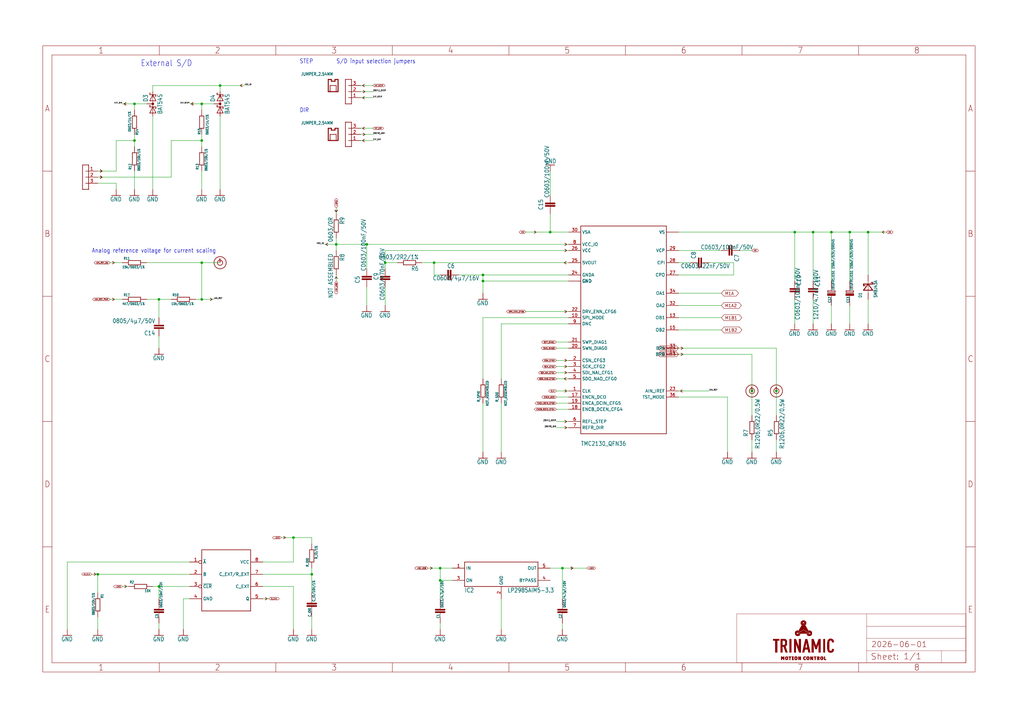
<source format=kicad_sch>
(kicad_sch (version 20230121) (generator eeschema)
  (paper "User" 425.45 298.602)
  (lib_symbols
    (symbol "working-eagle-import:1PIN_1ROW"
      (symbol "1PIN_1ROW_1_0"
        (pin bidirectional line (at 0 0 0) (length 0) (name "P$1") (number "1"))
      )
    )
    (symbol "working-eagle-import:3PIN_1ROWTHT"
      (symbol "3PIN_1ROWTHT_1_0"
        (pin bidirectional line (at 5.08 2.54 180) (length 5.08) (name "1") (number "1"))
        (pin bidirectional line (at 5.08 0 180) (length 5.08) (name "2") (number "2"))
        (pin bidirectional line (at 5.08 -2.54 180) (length 5.08) (name "3") (number "3"))
      )
    )
    (symbol "working-eagle-import:BAT54S"
      (property "Reference" "D" (at 0.762 2.0066 0))
      (symbol "BAT54S_1_0"
        (pin passive line (at -5.08 0 0) (length 2.54) (name "A1") (number "1"))
        (pin passive line (at 5.08 0 180) (length 2.54) (name "C2") (number "2"))
        (pin passive line (at 0 2.54 270) (length 2.54) (name "C1A2") (number "3"))
      )
    )
    (symbol "working-eagle-import:C-EUC0603"
      (property "Reference" "C" (at 1.524 0.381 0))
      (symbol "C-EUC0603_1_0"
        (pin passive line (at 0 2.54 270) (length 2.54) (name "1") (number "1"))
        (pin passive line (at 0 -5.08 90) (length 2.54) (name "2") (number "2"))
      )
    )
    (symbol "working-eagle-import:C-EUC0805"
      (property "Reference" "C" (at 1.524 0.381 0))
      (symbol "C-EUC0805_1_0"
        (pin passive line (at 0 2.54 270) (length 2.54) (name "1") (number "1"))
        (pin passive line (at 0 -5.08 90) (length 2.54) (name "2") (number "2"))
      )
    )
    (symbol "working-eagle-import:C-EUC1210"
      (property "Reference" "C" (at 1.524 0.381 0))
      (symbol "C-EUC1210_1_0"
        (pin passive line (at 0 2.54 270) (length 2.54) (name "1") (number "1"))
        (pin passive line (at 0 -5.08 90) (length 2.54) (name "2") (number "2"))
      )
    )
    (symbol "working-eagle-import:C_POL"
      (property "Reference" "C_POL" (at 1.397 -1.2954 0))
      (symbol "C_POL_1_0"
        (text "+" (at -1.6764 -0.3302 0) (effects (font (size 1.27 1.0795)) (justify right top)))
        (pin passive line (at -5.08 0 0) (length 2.54) (name "+") (number "+"))
        (pin passive line (at 5.08 0 180) (length 2.54) (name "-") (number "-"))
      )
    )
    (symbol "working-eagle-import:DIRECTION")
    (symbol "working-eagle-import:FRAME_TMC_A3L_LOGO"
      (symbol "FRAME_TMC_A3L_LOGO_1_0"
        (text "${#}/${##}" (at 357.505 5.08 0) (effects (font (size 2.54 2.54)) (justify left bottom)))
        (text "${CURRENT_DATE}" (at 344.17 10.16 0) (effects (font (size 2.286 2.286)) (justify left bottom)))
        (text "${PROJECTNAME}" (at 344.17 15.24 0) (effects (font (size 2.54 2.54)) (justify left bottom)))
        (text "1" (at 24.2094 1.905 0) (effects (font (size 2.54 2.286))))
        (text "1" (at 24.2094 258.445 0) (effects (font (size 2.54 2.286))))
        (text "2" (at 72.6281 1.905 0) (effects (font (size 2.54 2.286))))
        (text "2" (at 72.6281 258.445 0) (effects (font (size 2.54 2.286))))
        (text "3" (at 121.0469 1.905 0) (effects (font (size 2.54 2.286))))
        (text "3" (at 121.0469 258.445 0) (effects (font (size 2.54 2.286))))
        (text "4" (at 169.4656 1.905 0) (effects (font (size 2.54 2.286))))
        (text "4" (at 169.4656 258.445 0) (effects (font (size 2.54 2.286))))
        (text "5" (at 217.8844 1.905 0) (effects (font (size 2.54 2.286))))
        (text "5" (at 217.8844 258.445 0) (effects (font (size 2.54 2.286))))
        (text "6" (at 266.3031 1.905 0) (effects (font (size 2.54 2.286))))
        (text "6" (at 266.3031 258.445 0) (effects (font (size 2.54 2.286))))
        (text "7" (at 314.7219 1.905 0) (effects (font (size 2.54 2.286))))
        (text "7" (at 314.7219 258.445 0) (effects (font (size 2.54 2.286))))
        (text "8" (at 363.1406 1.905 0) (effects (font (size 2.54 2.286))))
        (text "8" (at 363.1406 258.445 0) (effects (font (size 2.54 2.286))))
        (text "A" (at 1.905 234.315 0) (effects (font (size 2.54 2.286))))
        (text "A" (at 385.445 234.315 0) (effects (font (size 2.54 2.286))))
        (text "B" (at 1.905 182.245 0) (effects (font (size 2.54 2.286))))
        (text "B" (at 385.445 182.245 0) (effects (font (size 2.54 2.286))))
        (text "C" (at 1.905 130.175 0) (effects (font (size 2.54 2.286))))
        (text "C" (at 385.445 130.175 0) (effects (font (size 2.54 2.286))))
        (text "D" (at 1.905 78.105 0) (effects (font (size 2.54 2.286))))
        (text "D" (at 385.445 78.105 0) (effects (font (size 2.54 2.286))))
        (text "E" (at 1.905 26.035 0) (effects (font (size 2.54 2.286))))
        (text "E" (at 385.445 26.035 0) (effects (font (size 2.54 2.286))))
        (text "Sheet:" (at 343.916 4.953 0) (effects (font (size 2.54 2.54)) (justify left bottom)))
      )
    )
    (symbol "working-eagle-import:GND" (power)
      (property "Value" "GND" (at -2.54 -2.54 0))
      (symbol "GND_1_0"
        (pin power_in line (at 0 2.54 270) (length 2.54) (name "GND") (number "1"))
      )
    )
    (symbol "working-eagle-import:JUMPER_2.54MM")
    (symbol "working-eagle-import:LP2985AIM5-3.3"
      (property "Reference" "IC" (at -15.24 -5.08 0))
      (symbol "LP2985AIM5-3.3_1_0"
        (pin bidirectional line (at -20.32 5.08 0) (length 5.08) (name "IN") (number "1"))
        (pin bidirectional line (at 0 -7.62 90) (length 5.08) (name "GND") (number "2"))
        (pin bidirectional line (at -20.32 0 0) (length 5.08) (name "ON") (number "3"))
        (pin bidirectional line (at 20.32 0 180) (length 5.08) (name "BYPASS") (number "4"))
        (pin bidirectional line (at 20.32 5.08 180) (length 5.08) (name "OUT") (number "5"))
      )
    )
    (symbol "working-eagle-import:R-EU_R0603"
      (property "Reference" "R" (at -3.81 1.4986 0))
      (symbol "R-EU_R0603_1_0"
        (pin passive line (at -5.08 0 0) (length 2.54) (name "1") (number "1"))
        (pin passive line (at 5.08 0 180) (length 2.54) (name "2") (number "2"))
      )
    )
    (symbol "working-eagle-import:R-EU_R1206"
      (property "Reference" "R" (at -3.81 1.4986 0))
      (symbol "R-EU_R1206_1_0"
        (pin passive line (at -5.08 0 0) (length 2.54) (name "1") (number "1"))
        (pin passive line (at 5.08 0 180) (length 2.54) (name "2") (number "2"))
      )
    )
    (symbol "working-eagle-import:R/0603"
      (property "Reference" "R" (at -4.572 1.2446 0))
      (symbol "R/0603_1_0"
        (pin passive line (at -5.08 0 0) (length 2.54) (name "1") (number "1"))
        (pin passive line (at 5.08 0 180) (length 2.54) (name "2") (number "2"))
      )
    )
    (symbol "working-eagle-import:RCL_C/0603"
      (property "Reference" "C" (at -1.27 1.397 0))
      (symbol "RCL_C/0603_1_0"
        (pin passive line (at 5.08 0 180) (length 2.54) (name "1") (number "1"))
        (pin passive line (at -5.08 0 0) (length 2.54) (name "2") (number "2"))
      )
    )
    (symbol "working-eagle-import:RCL_R/0603"
      (property "Reference" "R" (at -4.572 1.2446 0))
      (symbol "RCL_R/0603_1_0"
        (pin passive line (at -5.08 0 0) (length 2.54) (name "1") (number "1"))
        (pin passive line (at 5.08 0 180) (length 2.54) (name "2") (number "2"))
      )
    )
    (symbol "working-eagle-import:SMBJ"
      (property "Reference" "D" (at -4.445 2.54 0))
      (symbol "SMBJ_1_0"
        (pin bidirectional line (at -5.08 0 0) (length 2.54) (name "A") (number "A"))
        (pin bidirectional line (at 5.08 0 180) (length 2.54) (name "C") (number "C"))
      )
    )
    (symbol "working-eagle-import:SN74LVC1G123DCTR"
      (symbol "SN74LVC1G123DCTR_1_0"
        (pin bidirectional inverted (at -15.24 7.62 0) (length 5.08) (name "~{A}") (number "1"))
        (pin bidirectional line (at -15.24 2.54 0) (length 5.08) (name "B") (number "2"))
        (pin bidirectional inverted (at -15.24 -2.54 0) (length 5.08) (name "~{CLR}") (number "3"))
        (pin bidirectional line (at -15.24 -7.62 0) (length 5.08) (name "GND") (number "4"))
        (pin bidirectional line (at 15.24 -7.62 180) (length 5.08) (name "Q") (number "5"))
        (pin bidirectional line (at 15.24 -2.54 180) (length 5.08) (name "C_EXT") (number "6"))
        (pin bidirectional line (at 15.24 2.54 180) (length 5.08) (name "C_EXT/R_EXT") (number "7"))
        (pin bidirectional line (at 15.24 7.62 180) (length 5.08) (name "VCC") (number "8"))
      )
    )
    (symbol "working-eagle-import:TMC2130_QFN36"
      (symbol "TMC2130_QFN36_1_0"
        (pin bidirectional line (at -22.86 -25.4 0) (length 5.08) (name "CLK") (number "1"))
        (pin bidirectional line (at -22.86 5.08 0) (length 5.08) (name "SPI_MODE") (number "10"))
        (pin bidirectional line (at -22.86 20.32 0) (length 5.08) (name "GND") (number "11"))
        (pin bidirectional line (at -22.86 20.32 0) (length 5.08) (name "GND") (number "12"))
        (pin bidirectional line (at 22.86 5.08 180) (length 5.08) (name "OB1") (number "13"))
        (pin bidirectional line (at 22.86 -10.16 180) (length 5.08) (name "BRB") (number "14"))
        (pin bidirectional line (at 22.86 0 180) (length 5.08) (name "OB2") (number "15"))
        (pin bidirectional line (at 22.86 40.64 180) (length 5.08) (name "VS") (number "16"))
        (pin bidirectional line (at -22.86 -27.94 0) (length 5.08) (name "ENCN_DCO") (number "17"))
        (pin bidirectional line (at -22.86 -33.02 0) (length 5.08) (name "ENCB_DCEN_CFG4") (number "18"))
        (pin bidirectional line (at -22.86 -30.48 0) (length 5.08) (name "ENCA_DCIN_CFG5") (number "19"))
        (pin bidirectional line (at -22.86 -12.7 0) (length 5.08) (name "CSN_CFG3") (number "2"))
        (pin bidirectional line (at -22.86 -7.62 0) (length 5.08) (name "SWN_DIAG0") (number "20"))
        (pin bidirectional line (at -22.86 -5.08 0) (length 5.08) (name "SWP_DIAG1") (number "21"))
        (pin bidirectional line (at -22.86 7.62 0) (length 5.08) (name "DRV_ENN_CFG6") (number "22"))
        (pin bidirectional line (at 22.86 -25.4 180) (length 5.08) (name "AIN_IREF") (number "23"))
        (pin bidirectional line (at -22.86 22.86 0) (length 5.08) (name "GNDA") (number "24"))
        (pin bidirectional line (at -22.86 27.94 0) (length 5.08) (name "5VOUT") (number "25"))
        (pin bidirectional line (at -22.86 33.02 0) (length 5.08) (name "VCC") (number "26"))
        (pin bidirectional line (at 22.86 22.86 180) (length 5.08) (name "CPO") (number "27"))
        (pin bidirectional line (at 22.86 27.94 180) (length 5.08) (name "CPI") (number "28"))
        (pin bidirectional line (at 22.86 33.02 180) (length 5.08) (name "VCP") (number "29"))
        (pin bidirectional line (at -22.86 -15.24 0) (length 5.08) (name "SCK_CFG2") (number "3"))
        (pin bidirectional line (at -22.86 40.64 0) (length 5.08) (name "VSA") (number "30"))
        (pin bidirectional line (at 22.86 40.64 180) (length 5.08) (name "VS") (number "31"))
        (pin bidirectional line (at 22.86 10.16 180) (length 5.08) (name "OA2") (number "32"))
        (pin bidirectional line (at 22.86 -7.62 180) (length 5.08) (name "BRA") (number "33"))
        (pin bidirectional line (at 22.86 15.24 180) (length 5.08) (name "OA1") (number "34"))
        (pin bidirectional line (at -22.86 20.32 0) (length 5.08) (name "GND") (number "35"))
        (pin bidirectional line (at 22.86 -27.94 180) (length 5.08) (name "TST_MODE") (number "36"))
        (pin bidirectional line (at -22.86 -17.78 0) (length 5.08) (name "SDI_NAI_CFG1") (number "4"))
        (pin bidirectional line (at -22.86 -20.32 0) (length 5.08) (name "SDO_NAO_CFG0") (number "5"))
        (pin bidirectional line (at -22.86 -38.1 0) (length 5.08) (name "REFL_STEP") (number "6"))
        (pin bidirectional line (at -22.86 -40.64 0) (length 5.08) (name "REFR_DIR") (number "7"))
        (pin bidirectional line (at -22.86 35.56 0) (length 5.08) (name "VCC_IO") (number "8"))
        (pin bidirectional line (at -22.86 2.54 0) (length 5.08) (name "DNC") (number "9"))
        (pin bidirectional line (at -22.86 20.32 0) (length 5.08) (name "GND") (number "GND_PAD"))
      )
    )
  )
  (junction (at 330.2 96.52))
  (junction (at 152.4 101.6))
  (junction (at 83.82 124.46))
  (junction (at 228.6 96.52))
  (junction (at 200.66 116.84))
  (junction (at 40.64 238.76))
  (junction (at 121.92 223.52))
  (junction (at 182.88 236.22))
  (junction (at 337.82 96.52))
  (junction (at 83.82 58.42))
  (junction (at 66.04 124.46))
  (junction (at 353.06 96.52))
  (junction (at 160.02 109.22))
  (junction (at 83.82 43.18))
  (junction (at 360.68 96.52))
  (junction (at 55.88 58.42))
  (junction (at 180.34 109.22))
  (junction (at 345.44 96.52))
  (junction (at 55.88 43.18))
  (junction (at 312.42 162.56))
  (junction (at 66.04 243.84))
  (junction (at 322.58 162.56))
  (junction (at 91.44 35.56))
  (junction (at 182.88 241.3))
  (junction (at 139.7 101.6))
  (junction (at 129.54 238.76))
  (junction (at 83.82 109.22))
  (junction (at 200.66 114.3))
  (junction (at 233.68 236.22))
  (wire (pts (xy 208.28 187.96) (xy 208.28 167.64)) (stroke (width 0.1524)))
  (wire (pts (xy 66.04 132.08) (xy 66.04 124.46)) (stroke (width 0.1524)))
  (wire (pts (xy 236.22 104.14) (xy 160.02 104.14)) (stroke (width 0.1524)))
  (wire (pts (xy 48.26 76.2) (xy 40.64 76.2)) (stroke (width 0.1524)))
  (wire (pts (xy 40.64 261.62) (xy 40.64 256.54)) (stroke (width 0.1524)))
  (wire (pts (xy 281.94 127) (xy 299.72 127)) (stroke (width 0.1524)))
  (wire (pts (xy 129.54 238.76) (xy 109.22 238.76)) (stroke (width 0.1524)))
  (wire (pts (xy 60.96 43.18) (xy 55.88 43.18)) (stroke (width 0.1524)))
  (wire (pts (xy 228.6 236.22) (xy 233.68 236.22)) (stroke (width 0.1524)))
  (wire (pts (xy 121.92 223.52) (xy 129.54 223.52)) (stroke (width 0.1524)))
  (wire (pts (xy 139.7 104.14) (xy 139.7 101.6)) (stroke (width 0.1524)))
  (wire (pts (xy 281.94 104.14) (xy 299.72 104.14)) (stroke (width 0.1524)))
  (wire (pts (xy 200.66 116.84) (xy 200.66 114.3)) (stroke (width 0.1524)))
  (wire (pts (xy 78.74 233.68) (xy 27.94 233.68)) (stroke (width 0.1524)))
  (wire (pts (xy 233.68 236.22) (xy 233.68 248.92)) (stroke (width 0.1524)))
  (wire (pts (xy 337.82 134.62) (xy 337.82 124.46)) (stroke (width 0.1524)))
  (wire (pts (xy 180.34 109.22) (xy 180.34 114.3)) (stroke (width 0.1524)))
  (wire (pts (xy 236.22 162.56) (xy 231.14 162.56)) (stroke (width 0.1524)))
  (wire (pts (xy 48.26 58.42) (xy 55.88 58.42)) (stroke (width 0.1524)))
  (wire (pts (xy 228.6 81.28) (xy 228.6 71.12)) (stroke (width 0.1524)))
  (wire (pts (xy 152.4 119.38) (xy 152.4 127)) (stroke (width 0.1524)))
  (wire (pts (xy 40.64 73.66) (xy 71.12 73.66)) (stroke (width 0.1524)))
  (wire (pts (xy 208.28 157.48) (xy 208.28 134.62)) (stroke (width 0.1524)))
  (wire (pts (xy 322.58 144.78) (xy 322.58 162.56)) (stroke (width 0.1524)))
  (wire (pts (xy 208.28 248.92) (xy 208.28 261.62)) (stroke (width 0.1524)))
  (wire (pts (xy 312.42 172.72) (xy 312.42 162.56)) (stroke (width 0.1524)))
  (wire (pts (xy 55.88 43.18) (xy 50.8 43.18)) (stroke (width 0.1524)))
  (wire (pts (xy 40.64 71.12) (xy 48.26 71.12)) (stroke (width 0.1524)))
  (wire (pts (xy 182.88 236.22) (xy 177.8 236.22)) (stroke (width 0.1524)))
  (wire (pts (xy 330.2 116.84) (xy 330.2 96.52)) (stroke (width 0.1524)))
  (wire (pts (xy 281.94 132.08) (xy 299.72 132.08)) (stroke (width 0.1524)))
  (wire (pts (xy 200.66 116.84) (xy 200.66 121.92)) (stroke (width 0.1524)))
  (wire (pts (xy 353.06 134.62) (xy 353.06 127)) (stroke (width 0.1524)))
  (wire (pts (xy 281.94 144.78) (xy 322.58 144.78)) (stroke (width 0.1524)))
  (wire (pts (xy 27.94 233.68) (xy 27.94 261.62)) (stroke (width 0.1524)))
  (wire (pts (xy 63.5 78.74) (xy 63.5 48.26)) (stroke (width 0.1524)))
  (wire (pts (xy 149.86 55.88) (xy 154.94 55.88)) (stroke (width 0.1524)))
  (wire (pts (xy 63.5 35.56) (xy 91.44 35.56)) (stroke (width 0.1524)))
  (wire (pts (xy 182.88 236.22) (xy 187.96 236.22)) (stroke (width 0.1524)))
  (wire (pts (xy 60.96 109.22) (xy 83.82 109.22)) (stroke (width 0.1524)))
  (wire (pts (xy 233.68 236.22) (xy 243.84 236.22)) (stroke (width 0.1524)))
  (wire (pts (xy 200.66 187.96) (xy 200.66 167.64)) (stroke (width 0.1524)))
  (wire (pts (xy 91.44 38.1) (xy 91.44 35.56)) (stroke (width 0.1524)))
  (wire (pts (xy 281.94 96.52) (xy 330.2 96.52)) (stroke (width 0.1524)))
  (wire (pts (xy 83.82 60.96) (xy 83.82 58.42)) (stroke (width 0.1524)))
  (wire (pts (xy 233.68 259.08) (xy 233.68 261.62)) (stroke (width 0.1524)))
  (wire (pts (xy 83.82 124.46) (xy 81.28 124.46)) (stroke (width 0.1524)))
  (wire (pts (xy 360.68 96.52) (xy 360.68 114.3)) (stroke (width 0.1524)))
  (wire (pts (xy 236.22 149.86) (xy 231.14 149.86)) (stroke (width 0.1524)))
  (wire (pts (xy 78.74 248.92) (xy 76.2 248.92)) (stroke (width 0.1524)))
  (wire (pts (xy 302.26 165.1) (xy 302.26 187.96)) (stroke (width 0.1524)))
  (wire (pts (xy 55.88 71.12) (xy 55.88 78.74)) (stroke (width 0.1524)))
  (wire (pts (xy 88.9 124.46) (xy 83.82 124.46)) (stroke (width 0.1524)))
  (wire (pts (xy 60.96 124.46) (xy 66.04 124.46)) (stroke (width 0.1524)))
  (wire (pts (xy 91.44 35.56) (xy 101.6 35.56)) (stroke (width 0.1524)))
  (wire (pts (xy 152.4 101.6) (xy 139.7 101.6)) (stroke (width 0.1524)))
  (wire (pts (xy 129.54 236.22) (xy 129.54 238.76)) (stroke (width 0.1524)))
  (wire (pts (xy 236.22 165.1) (xy 231.14 165.1)) (stroke (width 0.1524)))
  (wire (pts (xy 83.82 43.18) (xy 78.74 43.18)) (stroke (width 0.1524)))
  (wire (pts (xy 322.58 162.56) (xy 322.58 172.72)) (stroke (width 0.1524)))
  (wire (pts (xy 48.26 71.12) (xy 48.26 58.42)) (stroke (width 0.1524)))
  (wire (pts (xy 139.7 101.6) (xy 139.7 99.06)) (stroke (width 0.1524)))
  (wire (pts (xy 337.82 96.52) (xy 345.44 96.52)) (stroke (width 0.1524)))
  (wire (pts (xy 50.8 109.22) (xy 45.72 109.22)) (stroke (width 0.1524)))
  (wire (pts (xy 236.22 152.4) (xy 231.14 152.4)) (stroke (width 0.1524)))
  (wire (pts (xy 83.82 45.72) (xy 83.82 43.18)) (stroke (width 0.1524)))
  (wire (pts (xy 139.7 114.3) (xy 139.7 116.84)) (stroke (width 0.1524)))
  (wire (pts (xy 236.22 129.54) (xy 218.44 129.54)) (stroke (width 0.1524)))
  (wire (pts (xy 236.22 132.08) (xy 200.66 132.08)) (stroke (width 0.1524)))
  (wire (pts (xy 91.44 48.26) (xy 91.44 78.74)) (stroke (width 0.1524)))
  (wire (pts (xy 40.64 238.76) (xy 38.1 238.76)) (stroke (width 0.1524)))
  (wire (pts (xy 228.6 96.52) (xy 218.44 96.52)) (stroke (width 0.1524)))
  (wire (pts (xy 294.64 109.22) (xy 304.8 109.22)) (stroke (width 0.1524)))
  (wire (pts (xy 139.7 101.6) (xy 134.62 101.6)) (stroke (width 0.1524)))
  (wire (pts (xy 208.28 134.62) (xy 236.22 134.62)) (stroke (width 0.1524)))
  (wire (pts (xy 307.34 104.14) (xy 312.42 104.14)) (stroke (width 0.1524)))
  (wire (pts (xy 236.22 144.78) (xy 231.14 144.78)) (stroke (width 0.1524)))
  (wire (pts (xy 83.82 58.42) (xy 83.82 55.88)) (stroke (width 0.1524)))
  (wire (pts (xy 281.94 162.56) (xy 294.64 162.56)) (stroke (width 0.1524)))
  (wire (pts (xy 129.54 246.38) (xy 129.54 238.76)) (stroke (width 0.1524)))
  (wire (pts (xy 154.94 35.56) (xy 149.86 35.56)) (stroke (width 0.1524)))
  (wire (pts (xy 88.9 43.18) (xy 83.82 43.18)) (stroke (width 0.1524)))
  (wire (pts (xy 236.22 170.18) (xy 231.14 170.18)) (stroke (width 0.1524)))
  (wire (pts (xy 121.92 243.84) (xy 121.92 261.62)) (stroke (width 0.1524)))
  (wire (pts (xy 322.58 182.88) (xy 322.58 187.96)) (stroke (width 0.1524)))
  (wire (pts (xy 304.8 114.3) (xy 281.94 114.3)) (stroke (width 0.1524)))
  (wire (pts (xy 160.02 109.22) (xy 160.02 111.76)) (stroke (width 0.1524)))
  (wire (pts (xy 129.54 223.52) (xy 129.54 226.06)) (stroke (width 0.1524)))
  (wire (pts (xy 360.68 96.52) (xy 368.3 96.52)) (stroke (width 0.1524)))
  (wire (pts (xy 345.44 96.52) (xy 353.06 96.52)) (stroke (width 0.1524)))
  (wire (pts (xy 281.94 147.32) (xy 312.42 147.32)) (stroke (width 0.1524)))
  (wire (pts (xy 236.22 142.24) (xy 231.14 142.24)) (stroke (width 0.1524)))
  (wire (pts (xy 55.88 60.96) (xy 55.88 58.42)) (stroke (width 0.1524)))
  (wire (pts (xy 281.94 121.92) (xy 299.72 121.92)) (stroke (width 0.1524)))
  (wire (pts (xy 129.54 261.62) (xy 129.54 256.54)) (stroke (width 0.1524)))
  (wire (pts (xy 71.12 73.66) (xy 71.12 58.42)) (stroke (width 0.1524)))
  (wire (pts (xy 187.96 241.3) (xy 182.88 241.3)) (stroke (width 0.1524)))
  (wire (pts (xy 121.92 223.52) (xy 116.84 223.52)) (stroke (width 0.1524)))
  (wire (pts (xy 154.94 40.64) (xy 149.86 40.64)) (stroke (width 0.1524)))
  (wire (pts (xy 345.44 116.84) (xy 345.44 96.52)) (stroke (width 0.1524)))
  (wire (pts (xy 50.8 243.84) (xy 53.34 243.84)) (stroke (width 0.1524)))
  (wire (pts (xy 149.86 38.1) (xy 154.94 38.1)) (stroke (width 0.1524)))
  (wire (pts (xy 236.22 109.22) (xy 180.34 109.22)) (stroke (width 0.1524)))
  (wire (pts (xy 200.66 132.08) (xy 200.66 157.48)) (stroke (width 0.1524)))
  (wire (pts (xy 66.04 243.84) (xy 63.5 243.84)) (stroke (width 0.1524)))
  (wire (pts (xy 353.06 116.84) (xy 353.06 96.52)) (stroke (width 0.1524)))
  (wire (pts (xy 109.22 248.92) (xy 111.76 248.92)) (stroke (width 0.1524)))
  (wire (pts (xy 228.6 88.9) (xy 228.6 96.52)) (stroke (width 0.1524)))
  (wire (pts (xy 353.06 96.52) (xy 360.68 96.52)) (stroke (width 0.1524)))
  (wire (pts (xy 139.7 88.9) (xy 139.7 86.36)) (stroke (width 0.1524)))
  (wire (pts (xy 180.34 114.3) (xy 182.88 114.3)) (stroke (width 0.1524)))
  (wire (pts (xy 281.94 165.1) (xy 302.26 165.1)) (stroke (width 0.1524)))
  (wire (pts (xy 236.22 114.3) (xy 200.66 114.3)) (stroke (width 0.1524)))
  (wire (pts (xy 236.22 154.94) (xy 231.14 154.94)) (stroke (width 0.1524)))
  (wire (pts (xy 236.22 96.52) (xy 228.6 96.52)) (stroke (width 0.1524)))
  (wire (pts (xy 281.94 137.16) (xy 299.72 137.16)) (stroke (width 0.1524)))
  (wire (pts (xy 66.04 139.7) (xy 66.04 144.78)) (stroke (width 0.1524)))
  (wire (pts (xy 154.94 53.34) (xy 149.86 53.34)) (stroke (width 0.1524)))
  (wire (pts (xy 236.22 157.48) (xy 231.14 157.48)) (stroke (width 0.1524)))
  (wire (pts (xy 152.4 111.76) (xy 152.4 101.6)) (stroke (width 0.1524)))
  (wire (pts (xy 330.2 124.46) (xy 330.2 134.62)) (stroke (width 0.1524)))
  (wire (pts (xy 330.2 96.52) (xy 337.82 96.52)) (stroke (width 0.1524)))
  (wire (pts (xy 236.22 167.64) (xy 231.14 167.64)) (stroke (width 0.1524)))
  (wire (pts (xy 48.26 78.74) (xy 48.26 76.2)) (stroke (width 0.1524)))
  (wire (pts (xy 121.92 243.84) (xy 109.22 243.84)) (stroke (width 0.1524)))
  (wire (pts (xy 281.94 109.22) (xy 287.02 109.22)) (stroke (width 0.1524)))
  (wire (pts (xy 182.88 241.3) (xy 182.88 248.92)) (stroke (width 0.1524)))
  (wire (pts (xy 312.42 162.56) (xy 312.42 147.32)) (stroke (width 0.1524)))
  (wire (pts (xy 360.68 124.46) (xy 360.68 134.62)) (stroke (width 0.1524)))
  (wire (pts (xy 63.5 38.1) (xy 63.5 35.56)) (stroke (width 0.1524)))
  (wire (pts (xy 55.88 45.72) (xy 55.88 43.18)) (stroke (width 0.1524)))
  (wire (pts (xy 78.74 243.84) (xy 66.04 243.84)) (stroke (width 0.1524)))
  (wire (pts (xy 345.44 134.62) (xy 345.44 127)) (stroke (width 0.1524)))
  (wire (pts (xy 175.26 109.22) (xy 180.34 109.22)) (stroke (width 0.1524)))
  (wire (pts (xy 236.22 101.6) (xy 152.4 101.6)) (stroke (width 0.1524)))
  (wire (pts (xy 236.22 175.26) (xy 231.14 175.26)) (stroke (width 0.1524)))
  (wire (pts (xy 160.02 127) (xy 160.02 119.38)) (stroke (width 0.1524)))
  (wire (pts (xy 50.8 124.46) (xy 45.72 124.46)) (stroke (width 0.1524)))
  (wire (pts (xy 83.82 78.74) (xy 83.82 71.12)) (stroke (width 0.1524)))
  (wire (pts (xy 121.92 233.68) (xy 121.92 223.52)) (stroke (width 0.1524)))
  (wire (pts (xy 304.8 109.22) (xy 304.8 114.3)) (stroke (width 0.1524)))
  (wire (pts (xy 182.88 261.62) (xy 182.88 259.08)) (stroke (width 0.1524)))
  (wire (pts (xy 40.64 238.76) (xy 40.64 246.38)) (stroke (width 0.1524)))
  (wire (pts (xy 76.2 248.92) (xy 76.2 261.62)) (stroke (width 0.1524)))
  (wire (pts (xy 78.74 238.76) (xy 40.64 238.76)) (stroke (width 0.1524)))
  (wire (pts (xy 236.22 177.8) (xy 231.14 177.8)) (stroke (width 0.1524)))
  (wire (pts (xy 312.42 182.88) (xy 312.42 187.96)) (stroke (width 0.1524)))
  (wire (pts (xy 200.66 114.3) (xy 190.5 114.3)) (stroke (width 0.1524)))
  (wire (pts (xy 109.22 233.68) (xy 121.92 233.68)) (stroke (width 0.1524)))
  (wire (pts (xy 165.1 109.22) (xy 160.02 109.22)) (stroke (width 0.1524)))
  (wire (pts (xy 71.12 58.42) (xy 83.82 58.42)) (stroke (width 0.1524)))
  (wire (pts (xy 55.88 58.42) (xy 55.88 55.88)) (stroke (width 0.1524)))
  (wire (pts (xy 66.04 248.92) (xy 66.04 243.84)) (stroke (width 0.1524)))
  (wire (pts (xy 66.04 124.46) (xy 71.12 124.46)) (stroke (width 0.1524)))
  (wire (pts (xy 66.04 259.08) (xy 66.04 261.62)) (stroke (width 0.1524)))
  (wire (pts (xy 83.82 109.22) (xy 91.44 109.22)) (stroke (width 0.1524)))
  (wire (pts (xy 154.94 58.42) (xy 149.86 58.42)) (stroke (width 0.1524)))
  (wire (pts (xy 160.02 104.14) (xy 160.02 109.22)) (stroke (width 0.1524)))
  (wire (pts (xy 236.22 116.84) (xy 200.66 116.84)) (stroke (width 0.1524)))
  (wire (pts (xy 182.88 241.3) (xy 182.88 236.22)) (stroke (width 0.1524)))
  (wire (pts (xy 337.82 116.84) (xy 337.82 96.52)) (stroke (width 0.1524)))
  (wire (pts (xy 83.82 109.22) (xy 83.82 124.46)) (stroke (width 0.1524)))
  (text "Analog reference voltage for current scaling" (at 38.1 105.41 0) (effects (font (size 1.778 1.5113)) (justify left bottom)))
  (text "S/D input selection jumpers" (at 139.7 26.67 0) (effects (font (size 1.778 1.5113)) (justify left bottom)))
  (text "DIR" (at 124.46 46.99 0) (effects (font (size 1.778 1.5113)) (justify left bottom)))
  (text "External S/D" (at 58.42 27.94 0) (effects (font (size 2.54 2.159)) (justify left bottom)))
  (text "STEP" (at 124.46 26.67 0) (effects (font (size 1.778 1.5113)) (justify left bottom)))
  (label "[REFR]_DIR" (at 154.94 55.88 0) (effects (font (size 0.569 0.569))))
  (label "AIN_REF" (at 294.64 162.56 0) (effects (font (size 0.569 0.569))))
  (label "VCC_IO" (at 134.62 101.6 180) (effects (font (size 0.569 0.569))))
  (label "AIN_REF" (at 88.9 124.46 0) (effects (font (size 0.569 0.569))))
  (label "[REFL]_STEP" (at 154.94 38.1 0) (effects (font (size 0.569 0.569))))
  (label "VCC_IO" (at 101.6 35.56 0) (effects (font (size 0.5334 0.5334))))
  (label "EXT_STEP" (at 78.74 43.18 180) (effects (font (size 0.5334 0.5334))))
  (label "[REFR]_DIR" (at 231.14 177.8 180) (effects (font (size 0.569 0.569))))
  (label "[REFL]_STEP" (at 231.14 175.26 180) (effects (font (size 0.569 0.569))))
  (label "EXT_STEP" (at 154.94 40.64 0) (effects (font (size 0.5334 0.5334))))
  (label "EXT_DIR" (at 154.94 58.42 0) (effects (font (size 0.5334 0.5334))))
  (label "EXT_DIR" (at 50.8 43.18 180) (effects (font (size 0.5334 0.5334))))
  (global_label "+5V_USB" (shape bidirectional) (at 139.7 116.84 270) (effects (font (size 0.569 0.569))) (property "Intersheetrefs" "${INTERSHEET_REFS}" (effects hide)))
  (global_label "INT_STEP" (shape bidirectional) (at 154.94 35.56 0) (effects (font (size 0.5334 0.5334))) (property "Intersheetrefs" "${INTERSHEET_REFS}" (effects hide)))
  (global_label "+3V3" (shape bidirectional) (at 139.7 86.36 90) (effects (font (size 0.569 0.569))) (property "Intersheetrefs" "${INTERSHEET_REFS}" (effects hide)))
  (global_label "M1A" (shape bidirectional) (at 299.72 121.92 0) (effects (font (size 1.2446 1.2446))) (property "Intersheetrefs" "${INTERSHEET_REFS}" (effects hide)))
  (global_label "SWN_DIAG0" (shape bidirectional) (at 231.14 144.78 180) (effects (font (size 0.569 0.569))) (property "Intersheetrefs" "${INTERSHEET_REFS}" (effects hide)))
  (global_label "ENCA_DCIN_CFG5" (shape bidirectional) (at 231.14 167.64 180) (effects (font (size 0.569 0.569))) (property "Intersheetrefs" "${INTERSHEET_REFS}" (effects hide)))
  (global_label "M1B2" (shape bidirectional) (at 299.72 137.16 0) (effects (font (size 1.2446 1.2446))) (property "Intersheetrefs" "${INTERSHEET_REFS}" (effects hide)))
  (global_label "+3V3" (shape bidirectional) (at 116.84 223.52 180) (effects (font (size 0.5334 0.5334))) (property "Intersheetrefs" "${INTERSHEET_REFS}" (effects hide)))
  (global_label "ID_CH1" (shape bidirectional) (at 111.76 248.92 0) (effects (font (size 0.5334 0.5334))) (property "Intersheetrefs" "${INTERSHEET_REFS}" (effects hide)))
  (global_label "AIN_REF_SW" (shape bidirectional) (at 45.72 109.22 180) (effects (font (size 0.569 0.569))) (property "Intersheetrefs" "${INTERSHEET_REFS}" (effects hide)))
  (global_label "SDO_NAO_CFG0" (shape bidirectional) (at 231.14 157.48 180) (effects (font (size 0.569 0.569))) (property "Intersheetrefs" "${INTERSHEET_REFS}" (effects hide)))
  (global_label "CSN_CFG3" (shape bidirectional) (at 231.14 149.86 180) (effects (font (size 0.569 0.569))) (property "Intersheetrefs" "${INTERSHEET_REFS}" (effects hide)))
  (global_label "+3V3" (shape bidirectional) (at 50.8 243.84 180) (effects (font (size 0.5334 0.5334))) (property "Intersheetrefs" "${INTERSHEET_REFS}" (effects hide)))
  (global_label "SDI_NAI_CFG1" (shape bidirectional) (at 231.14 154.94 180) (effects (font (size 0.569 0.569))) (property "Intersheetrefs" "${INTERSHEET_REFS}" (effects hide)))
  (global_label "+5V_USB" (shape bidirectional) (at 177.8 236.22 180) (effects (font (size 0.569 0.569))) (property "Intersheetrefs" "${INTERSHEET_REFS}" (effects hide)))
  (global_label "VM" (shape bidirectional) (at 218.44 96.52 180) (effects (font (size 0.569 0.569))) (property "Intersheetrefs" "${INTERSHEET_REFS}" (effects hide)))
  (global_label "CLK" (shape bidirectional) (at 231.14 162.56 180) (effects (font (size 0.569 0.569))) (property "Intersheetrefs" "${INTERSHEET_REFS}" (effects hide)))
  (global_label "VM" (shape bidirectional) (at 368.3 96.52 0) (effects (font (size 0.569 0.569))) (property "Intersheetrefs" "${INTERSHEET_REFS}" (effects hide)))
  (global_label "ID_CLK" (shape bidirectional) (at 38.1 238.76 180) (effects (font (size 0.5334 0.5334))) (property "Intersheetrefs" "${INTERSHEET_REFS}" (effects hide)))
  (global_label "AIN_REF_PWM" (shape bidirectional) (at 45.72 124.46 180) (effects (font (size 0.569 0.569))) (property "Intersheetrefs" "${INTERSHEET_REFS}" (effects hide)))
  (global_label "SCK_CFG2" (shape bidirectional) (at 231.14 152.4 180) (effects (font (size 0.569 0.569))) (property "Intersheetrefs" "${INTERSHEET_REFS}" (effects hide)))
  (global_label "ENCB_DCEN_CFG4" (shape bidirectional) (at 231.14 170.18 180) (effects (font (size 0.569 0.569))) (property "Intersheetrefs" "${INTERSHEET_REFS}" (effects hide)))
  (global_label "ENCN_DCO" (shape bidirectional) (at 231.14 165.1 180) (effects (font (size 0.569 0.569))) (property "Intersheetrefs" "${INTERSHEET_REFS}" (effects hide)))
  (global_label "SEP_DIAG1" (shape bidirectional) (at 231.14 142.24 180) (effects (font (size 0.569 0.569))) (property "Intersheetrefs" "${INTERSHEET_REFS}" (effects hide)))
  (global_label "M1A2" (shape bidirectional) (at 299.72 127 0) (effects (font (size 1.2446 1.2446))) (property "Intersheetrefs" "${INTERSHEET_REFS}" (effects hide)))
  (global_label "SENSEA" (shape bidirectional) (at 281.94 144.78 180) (effects (font (size 1.016 1.016))) (property "Intersheetrefs" "${INTERSHEET_REFS}" (effects hide)))
  (global_label "VM" (shape bidirectional) (at 312.42 104.14 0) (effects (font (size 0.569 0.569))) (property "Intersheetrefs" "${INTERSHEET_REFS}" (effects hide)))
  (global_label "+3V3" (shape bidirectional) (at 243.84 236.22 0) (effects (font (size 0.5334 0.5334))) (property "Intersheetrefs" "${INTERSHEET_REFS}" (effects hide)))
  (global_label "SENSEB" (shape bidirectional) (at 281.94 147.32 180) (effects (font (size 1.016 1.016))) (property "Intersheetrefs" "${INTERSHEET_REFS}" (effects hide)))
  (global_label "DRV_ENN_CFG6" (shape bidirectional) (at 218.44 129.54 180) (effects (font (size 0.569 0.569))) (property "Intersheetrefs" "${INTERSHEET_REFS}" (effects hide)))
  (global_label "M1B1" (shape bidirectional) (at 299.72 132.08 0) (effects (font (size 1.2446 1.2446))) (property "Intersheetrefs" "${INTERSHEET_REFS}" (effects hide)))
  (global_label "INT_DIR" (shape bidirectional) (at 154.94 53.34 0) (effects (font (size 0.5334 0.5334))) (property "Intersheetrefs" "${INTERSHEET_REFS}" (effects hide)))
  (symbol (lib_id "working-eagle-import:GND") (at 208.28 190.5 0) (unit 1)
    (property "Reference" "#GND29" (effects hide))
    (property "Value" "GND" (at 205.74 193.04 0) (effects (font (size 1.778 1.5113)) (justify left bottom)))
  )
  (symbol (lib_id "working-eagle-import:DIRECTION") (at 368.3 96.52 180) (unit 1)
    (property "Reference" "#S66" (effects hide))
    (property "Value" "DIRECTION" (effects hide))
  )
  (symbol (lib_id "working-eagle-import:GND") (at 330.2 137.16 0) (unit 1)
    (property "Reference" "#GND30" (effects hide))
    (property "Value" "GND" (at 327.66 139.7 0) (effects (font (size 1.778 1.5113)) (justify left bottom)))
  )
  (symbol (lib_id "working-eagle-import:DIRECTION") (at 236.22 157.48 180) (unit 1)
    (property "Reference" "#S49" (effects hide))
    (property "Value" "DIRECTION" (effects hide))
  )
  (symbol (lib_id "working-eagle-import:C-EUC1210") (at 337.82 119.38 0) (unit 1)
    (property "Reference" "C11" (at 340.741 119.126 90) (effects (font (size 1.778 1.5113)) (justify left bottom)))
    (property "Value" "1210/4.7uF/100V" (at 339.979 133.096 90) (effects (font (size 1.778 1.5113)) (justify left bottom)))
    (property "Footprint" "working:C1210" (effects hide))
  )
  (symbol (lib_id "working-eagle-import:DIRECTION") (at 233.68 101.6 0) (unit 1)
    (property "Reference" "#S39" (effects hide))
    (property "Value" "DIRECTION" (effects hide))
  )
  (symbol (lib_id "working-eagle-import:DIRECTION") (at 40.64 73.66 0) (unit 1)
    (property "Reference" "#S35" (effects hide))
    (property "Value" "DIRECTION" (effects hide))
  )
  (symbol (lib_id "working-eagle-import:R-EU_R0603") (at 139.7 109.22 270) (unit 1)
    (property "Reference" "R8" (at 141.1986 105.41 0) (effects (font (size 1.778 1.5113)) (justify left bottom)))
    (property "Value" "NOT ASSEMBLED" (at 136.398 105.41 0) (effects (font (size 1.778 1.5113)) (justify left bottom)))
    (property "Footprint" "working:R0603" (effects hide))
  )
  (symbol (lib_id "working-eagle-import:TMC2130_QFN36") (at 259.08 137.16 0) (unit 1)
    (property "Reference" "TMC2130" (effects hide))
    (property "Value" "TMC2130_QFN36" (at 241.3 185.42 0) (effects (font (size 1.778 1.5113)) (justify left bottom)))
    (property "Footprint" "working:QFN36" (effects hide))
  )
  (symbol (lib_id "working-eagle-import:GND") (at 200.66 190.5 0) (unit 1)
    (property "Reference" "#GND28" (effects hide))
    (property "Value" "GND" (at 198.12 193.04 0) (effects (font (size 1.778 1.5113)) (justify left bottom)))
  )
  (symbol (lib_id "working-eagle-import:RCL_C/0603") (at 66.04 254 90) (unit 1)
    (property "Reference" "C3" (at 64.643 255.27 0) (effects (font (size 1.016 0.8636)) (justify right top)))
    (property "Value" "0603/10nF/10V" (at 67.437 252.73 0) (effects (font (size 1.016 0.8636)) (justify left bottom)))
    (property "Footprint" "working:RCL_0603" (effects hide))
  )
  (symbol (lib_id "working-eagle-import:GND") (at 66.04 264.16 0) (unit 1)
    (property "Reference" "#GND1" (effects hide))
    (property "Value" "GND" (at 63.5 266.7 0) (effects (font (size 1.778 1.5113)) (justify left bottom)))
  )
  (symbol (lib_id "working-eagle-import:DIRECTION") (at 40.64 73.66 0) (unit 1)
    (property "Reference" "#S36" (effects hide))
    (property "Value" "DIRECTION" (effects hide))
  )
  (symbol (lib_id "working-eagle-import:SMBJ") (at 360.68 119.38 90) (unit 1)
    (property "Reference" "D1" (at 358.14 123.825 0) (effects (font (size 1.27 1.0795)) (justify left bottom)))
    (property "Value" "SMBJ43A" (at 364.49 123.825 0) (effects (font (size 1.27 1.0795)) (justify left bottom)))
    (property "Footprint" "working:SMB" (effects hide))
  )
  (symbol (lib_id "working-eagle-import:DIRECTION") (at 233.68 162.56 0) (unit 1)
    (property "Reference" "#S50" (effects hide))
    (property "Value" "DIRECTION" (effects hide))
  )
  (symbol (lib_id "working-eagle-import:GND") (at 48.26 81.28 0) (unit 1)
    (property "Reference" "#GND35" (effects hide))
    (property "Value" "GND" (at 45.72 83.82 0) (effects (font (size 1.778 1.5113)) (justify left bottom)))
  )
  (symbol (lib_id "working-eagle-import:RCL_R/0603") (at 129.54 231.14 90) (unit 1)
    (property "Reference" "R_ID0" (at 128.2954 235.712 0) (effects (font (size 1.016 0.8636)) (justify left bottom)))
    (property "Value" "R_ID/1%" (at 130.81 226.822 0) (effects (font (size 1.016 0.8636)) (justify right top)))
    (property "Footprint" "working:RCL_0603" (effects hide))
  )
  (symbol (lib_id "working-eagle-import:RCL_R/0603") (at 58.42 243.84 0) (unit 1)
    (property "Reference" "R2" (at 53.848 242.5954 0) (effects (font (size 1.016 0.8636)) (justify left bottom)))
    (property "Value" "10K" (at 62.738 245.11 0) (effects (font (size 1.016 0.8636)) (justify right top)))
    (property "Footprint" "working:RCL_0603" (effects hide))
  )
  (symbol (lib_id "working-eagle-import:GND") (at 322.58 190.5 0) (unit 1)
    (property "Reference" "#GND16" (effects hide))
    (property "Value" "GND" (at 320.04 193.04 0) (effects (font (size 1.778 1.5113)) (justify left bottom)))
  )
  (symbol (lib_id "working-eagle-import:DIRECTION") (at 137.16 101.6 180) (unit 1)
    (property "Reference" "#S38" (effects hide))
    (property "Value" "DIRECTION" (effects hide))
  )
  (symbol (lib_id "working-eagle-import:R/0603") (at 83.82 66.04 90) (unit 1)
    (property "Reference" "R13" (at 82.5754 70.612 0) (effects (font (size 1.016 0.8636)) (justify left bottom)))
    (property "Value" "0603/10k/1%" (at 85.09 61.722 0) (effects (font (size 1.016 0.8636)) (justify right top)))
    (property "Footprint" "working:0603" (effects hide))
  )
  (symbol (lib_id "working-eagle-import:GND") (at 63.5 81.28 0) (unit 1)
    (property "Reference" "#GND49" (effects hide))
    (property "Value" "GND" (at 60.96 83.82 0) (effects (font (size 1.778 1.5113)) (justify left bottom)))
  )
  (symbol (lib_id "working-eagle-import:GND") (at 312.42 190.5 0) (unit 1)
    (property "Reference" "#GND15" (effects hide))
    (property "Value" "GND" (at 309.88 193.04 0) (effects (font (size 1.778 1.5113)) (justify left bottom)))
  )
  (symbol (lib_id "working-eagle-import:C-EUC0805") (at 66.04 137.16 180) (unit 1)
    (property "Reference" "C14" (at 64.516 137.541 0) (effects (font (size 1.778 1.5113)) (justify left bottom)))
    (property "Value" "0805/4µ7/50V" (at 64.516 132.461 0) (effects (font (size 1.778 1.5113)) (justify left bottom)))
    (property "Footprint" "working:C0805" (effects hide))
  )
  (symbol (lib_id "working-eagle-import:GND") (at 91.44 81.28 0) (unit 1)
    (property "Reference" "#GND46" (effects hide))
    (property "Value" "GND" (at 88.9 83.82 0) (effects (font (size 1.778 1.5113)) (justify left bottom)))
  )
  (symbol (lib_id "working-eagle-import:DIRECTION") (at 177.8 236.22 0) (unit 1)
    (property "Reference" "#S24" (effects hide))
    (property "Value" "DIRECTION" (effects hide))
  )
  (symbol (lib_id "working-eagle-import:DIRECTION") (at 152.4 35.56 180) (unit 1)
    (property "Reference" "#S56" (effects hide))
    (property "Value" "DIRECTION" (effects hide))
  )
  (symbol (lib_id "working-eagle-import:GND") (at 76.2 264.16 0) (unit 1)
    (property "Reference" "#GND11" (effects hide))
    (property "Value" "GND" (at 73.66 266.7 0) (effects (font (size 1.778 1.5113)) (justify left bottom)))
  )
  (symbol (lib_id "working-eagle-import:R-EU_R0603") (at 170.18 109.22 180) (unit 1)
    (property "Reference" "R6" (at 173.99 110.7186 0) (effects (font (size 1.778 1.5113)) (justify left bottom)))
    (property "Value" "0603/2R2/1%" (at 173.99 105.918 0) (effects (font (size 1.778 1.5113)) (justify left bottom)))
    (property "Footprint" "working:R0603" (effects hide))
  )
  (symbol (lib_id "working-eagle-import:1PIN_1ROW") (at 322.58 162.56 0) (unit 1)
    (property "Reference" "RSENSE_A0" (effects hide))
    (property "Value" "1PIN_1ROW" (effects hide))
    (property "Footprint" "working:1PIN_1ROW_THT" (effects hide))
  )
  (symbol (lib_id "working-eagle-import:GND") (at 129.54 264.16 0) (unit 1)
    (property "Reference" "#GND3" (effects hide))
    (property "Value" "GND" (at 127 266.7 0) (effects (font (size 1.778 1.5113)) (justify left bottom)))
  )
  (symbol (lib_id "working-eagle-import:DIRECTION") (at 233.68 129.54 0) (unit 1)
    (property "Reference" "#S45" (effects hide))
    (property "Value" "DIRECTION" (effects hide))
  )
  (symbol (lib_id "working-eagle-import:DIRECTION") (at 86.36 124.46 0) (unit 1)
    (property "Reference" "#S64" (effects hide))
    (property "Value" "DIRECTION" (effects hide))
  )
  (symbol (lib_id "working-eagle-import:3PIN_1ROWTHT") (at 144.78 55.88 0) (mirror x) (unit 1)
    (property "Reference" "X2" (effects hide))
    (property "Value" "3PIN_1ROWTHT" (effects hide))
    (property "Footprint" "working:3PIN_1ROW_2,54_THT" (effects hide))
  )
  (symbol (lib_id "working-eagle-import:DIRECTION") (at 152.4 58.42 180) (unit 1)
    (property "Reference" "#S60" (effects hide))
    (property "Value" "DIRECTION" (effects hide))
  )
  (symbol (lib_id "working-eagle-import:GND") (at 160.02 129.54 0) (unit 1)
    (property "Reference" "#GND23" (effects hide))
    (property "Value" "GND" (at 157.48 132.08 0) (effects (font (size 1.778 1.5113)) (justify left bottom)))
  )
  (symbol (lib_id "working-eagle-import:FRAME_TMC_A3L_LOGO") (at 17.78 279.4 0) (unit 1)
    (property "Reference" "#U$4" (effects hide))
    (property "Value" "FRAME_TMC_A3L_LOGO" (effects hide))
  )
  (symbol (lib_id "working-eagle-import:DIRECTION") (at 233.68 154.94 0) (unit 1)
    (property "Reference" "#S48" (effects hide))
    (property "Value" "DIRECTION" (effects hide))
  )
  (symbol (lib_id "working-eagle-import:DIRECTION") (at 233.68 152.4 0) (unit 1)
    (property "Reference" "#S47" (effects hide))
    (property "Value" "DIRECTION" (effects hide))
  )
  (symbol (lib_id "working-eagle-import:DIRECTION") (at 236.22 236.22 0) (unit 1)
    (property "Reference" "#S23" (effects hide))
    (property "Value" "DIRECTION" (effects hide))
  )
  (symbol (lib_id "working-eagle-import:GND") (at 233.68 264.16 0) (unit 1)
    (property "Reference" "#GND25" (effects hide))
    (property "Value" "GND" (at 231.14 266.7 0) (effects (font (size 1.778 1.5113)) (justify left bottom)))
  )
  (symbol (lib_id "working-eagle-import:DIRECTION") (at 284.48 162.56 180) (unit 1)
    (property "Reference" "#S53" (effects hide))
    (property "Value" "DIRECTION" (effects hide))
  )
  (symbol (lib_id "working-eagle-import:GND") (at 121.92 264.16 0) (unit 1)
    (property "Reference" "#GND2" (effects hide))
    (property "Value" "GND" (at 119.38 266.7 0) (effects (font (size 1.778 1.5113)) (justify left bottom)))
  )
  (symbol (lib_id "working-eagle-import:DIRECTION") (at 149.86 55.88 0) (unit 1)
    (property "Reference" "#S61" (effects hide))
    (property "Value" "DIRECTION" (effects hide))
  )
  (symbol (lib_id "working-eagle-import:GND") (at 228.6 68.58 180) (unit 1)
    (property "Reference" "#GND34" (effects hide))
    (property "Value" "GND" (at 231.14 66.04 0) (effects (font (size 1.778 1.5113)) (justify left bottom)))
  )
  (symbol (lib_id "working-eagle-import:GND") (at 360.68 137.16 0) (unit 1)
    (property "Reference" "#GND6" (effects hide))
    (property "Value" "GND" (at 358.14 139.7 0) (effects (font (size 1.778 1.5113)) (justify left bottom)))
  )
  (symbol (lib_id "working-eagle-import:C-EUC0603") (at 160.02 116.84 180) (unit 1)
    (property "Reference" "C9" (at 155.321 113.284 90) (effects (font (size 1.778 1.5113)) (justify left bottom)))
    (property "Value" "C0603/470nF/16V" (at 157.861 103.124 90) (effects (font (size 1.778 1.5113)) (justify left bottom)))
    (property "Footprint" "working:C0603" (effects hide))
  )
  (symbol (lib_id "working-eagle-import:RCL_R/0603") (at 40.64 251.46 270) (unit 1)
    (property "Reference" "R1" (at 41.8846 246.888 0) (effects (font (size 1.016 0.8636)) (justify left bottom)))
    (property "Value" "0603/10k/1%" (at 39.37 255.778 0) (effects (font (size 1.016 0.8636)) (justify right top)))
    (property "Footprint" "working:RCL_0603" (effects hide))
  )
  (symbol (lib_id "working-eagle-import:C-EUC0603") (at 152.4 114.3 0) (unit 1)
    (property "Reference" "C5" (at 149.479 117.856 90) (effects (font (size 1.778 1.5113)) (justify left bottom)))
    (property "Value" "C0603/100nF/50V" (at 152.019 112.776 90) (effects (font (size 1.778 1.5113)) (justify left bottom)))
    (property "Footprint" "working:C0603" (effects hide))
  )
  (symbol (lib_id "working-eagle-import:1PIN_1ROW") (at 312.42 162.56 0) (unit 1)
    (property "Reference" "RSENSE_B0" (effects hide))
    (property "Value" "1PIN_1ROW" (effects hide))
    (property "Footprint" "working:1PIN_1ROW_THT" (effects hide))
  )
  (symbol (lib_id "working-eagle-import:DIRECTION") (at 152.4 40.64 180) (unit 1)
    (property "Reference" "#S57" (effects hide))
    (property "Value" "DIRECTION" (effects hide))
  )
  (symbol (lib_id "working-eagle-import:SN74LVC1G123DCTR") (at 93.98 241.3 0) (unit 1)
    (property "Reference" "IC1" (effects hide))
    (property "Value" "SN74LVC1G123DCTR" (effects hide))
    (property "Footprint" "working:SN74LVC1G123DCTR" (effects hide))
  )
  (symbol (lib_id "working-eagle-import:GND") (at 208.28 264.16 0) (unit 1)
    (property "Reference" "#GND27" (effects hide))
    (property "Value" "GND" (at 205.74 266.7 0) (effects (font (size 1.778 1.5113)) (justify left bottom)))
  )
  (symbol (lib_id "working-eagle-import:1PIN_1ROW") (at 91.44 109.22 0) (unit 1)
    (property "Reference" "AIN_REF0" (effects hide))
    (property "Value" "1PIN_1ROW" (effects hide))
    (property "Footprint" "working:1PIN_1ROW_THT" (effects hide))
  )
  (symbol (lib_id "working-eagle-import:DIRECTION") (at 236.22 236.22 0) (unit 1)
    (property "Reference" "#S22" (effects hide))
    (property "Value" "DIRECTION" (effects hide))
  )
  (symbol (lib_id "working-eagle-import:FRAME_TMC_A3L_LOGO") (at 321.31 274.32 0) (unit 2)
    (property "Reference" "#U$4" (effects hide))
    (property "Value" "FRAME_TMC_A3L_LOGO" (effects hide))
  )
  (symbol (lib_id "working-eagle-import:DIRECTION") (at 40.64 71.12 0) (unit 1)
    (property "Reference" "#S34" (effects hide))
    (property "Value" "DIRECTION" (effects hide))
  )
  (symbol (lib_id "working-eagle-import:DIRECTION") (at 281.94 147.32 0) (unit 1)
    (property "Reference" "#S54" (effects hide))
    (property "Value" "DIRECTION" (effects hide))
  )
  (symbol (lib_id "working-eagle-import:DIRECTION") (at 233.68 104.14 0) (unit 1)
    (property "Reference" "#S43" (effects hide))
    (property "Value" "DIRECTION" (effects hide))
  )
  (symbol (lib_id "working-eagle-import:DIRECTION") (at 109.22 248.92 0) (unit 1)
    (property "Reference" "#S27" (effects hide))
    (property "Value" "DIRECTION" (effects hide))
  )
  (symbol (lib_id "working-eagle-import:DIRECTION") (at 116.84 223.52 0) (unit 1)
    (property "Reference" "#S28" (effects hide))
    (property "Value" "DIRECTION" (effects hide))
  )
  (symbol (lib_id "working-eagle-import:DIRECTION") (at 45.72 124.46 0) (unit 1)
    (property "Reference" "#S63" (effects hide))
    (property "Value" "DIRECTION" (effects hide))
  )
  (symbol (lib_id "working-eagle-import:C_POL") (at 345.44 121.92 270) (unit 1)
    (property "Reference" "C12" (at 344.1446 123.317 0) (effects (font (size 1.016 0.8636)) (justify left bottom)))
    (property "Value" "EEUFR1J151 150uF/63V/0R045" (at 346.7354 120.523 0) (effects (font (size 1.016 0.8636)) (justify right top)))
    (property "Footprint" "working:C_POL_RAD_THT_5X10X12.5" (effects hide))
  )
  (symbol (lib_id "working-eagle-import:BAT54S") (at 63.5 43.18 90) (unit 1)
    (property "Reference" "D3" (at 61.4934 42.418 0) (effects (font (size 1.778 1.5113)) (justify left bottom)))
    (property "Value" "BAT54S" (at 67.4624 47.498 0) (effects (font (size 1.778 1.5113)) (justify left bottom)))
    (property "Footprint" "working:SOT23" (effects hide))
  )
  (symbol (lib_id "working-eagle-import:DIRECTION") (at 233.68 149.86 0) (unit 1)
    (property "Reference" "#S46" (effects hide))
    (property "Value" "DIRECTION" (effects hide))
  )
  (symbol (lib_id "working-eagle-import:C-EUC0603") (at 304.8 104.14 270) (unit 1)
    (property "Reference" "C7" (at 305.181 105.664 0) (effects (font (size 1.778 1.5113)) (justify left bottom)))
    (property "Value" "C0603/100nF/50V" (at 291.084 103.759 90) (effects (font (size 1.778 1.5113)) (justify left bottom)))
    (property "Footprint" "working:C0603" (effects hide))
  )
  (symbol (lib_id "working-eagle-import:DIRECTION") (at 139.7 116.84 90) (unit 1)
    (property "Reference" "#S42" (effects hide))
    (property "Value" "DIRECTION" (effects hide))
  )
  (symbol (lib_id "working-eagle-import:DIRECTION") (at 152.4 53.34 180) (unit 1)
    (property "Reference" "#S59" (effects hide))
    (property "Value" "DIRECTION" (effects hide))
  )
  (symbol (lib_id "working-eagle-import:DIRECTION") (at 220.98 96.52 0) (unit 1)
    (property "Reference" "#S65" (effects hide))
    (property "Value" "DIRECTION" (effects hide))
  )
  (symbol (lib_id "working-eagle-import:RCL_R/0603") (at 208.28 162.56 90) (unit 1)
    (property "Reference" "R_SD0" (at 207.0354 167.132 0) (effects (font (size 1.016 0.8636)) (justify left bottom)))
    (property "Value" "NOT_ASSEMBLED" (at 209.55 158.242 0) (effects (font (size 1.016 0.8636)) (justify right top)))
    (property "Footprint" "working:RCL_0603" (effects hide))
  )
  (symbol (lib_id "working-eagle-import:RCL_R/0603") (at 55.88 109.22 0) (unit 1)
    (property "Reference" "R11" (at 51.308 107.9754 0) (effects (font (size 1.016 0.8636)) (justify left bottom)))
    (property "Value" "15k/0603/1%" (at 60.198 110.49 0) (effects (font (size 1.016 0.8636)) (justify right top)))
    (property "Footprint" "working:RCL_0603" (effects hide))
  )
  (symbol (lib_id "working-eagle-import:GND") (at 40.64 264.16 0) (unit 1)
    (property "Reference" "#GND4" (effects hide))
    (property "Value" "GND" (at 38.1 266.7 0) (effects (font (size 1.778 1.5113)) (justify left bottom)))
  )
  (symbol (lib_id "working-eagle-import:DIRECTION") (at 236.22 109.22 180) (unit 1)
    (property "Reference" "#S44" (effects hide))
    (property "Value" "DIRECTION" (effects hide))
  )
  (symbol (lib_id "working-eagle-import:DIRECTION") (at 38.1 238.76 0) (unit 1)
    (property "Reference" "#S25" (effects hide))
    (property "Value" "DIRECTION" (effects hide))
  )
  (symbol (lib_id "working-eagle-import:R-EU_R1206") (at 322.58 177.8 90) (unit 1)
    (property "Reference" "R5" (at 321.0814 181.61 0) (effects (font (size 1.778 1.5113)) (justify left bottom)))
    (property "Value" "R1206,0R22/0.5W" (at 325.882 186.69 0) (effects (font (size 1.778 1.5113)) (justify left bottom)))
    (property "Footprint" "working:R1206" (effects hide))
  )
  (symbol (lib_id "working-eagle-import:DIRECTION") (at 45.72 109.22 0) (unit 1)
    (property "Reference" "#S62" (effects hide))
    (property "Value" "DIRECTION" (effects hide))
  )
  (symbol (lib_id "working-eagle-import:DIRECTION") (at 149.86 38.1 0) (unit 1)
    (property "Reference" "#S58" (effects hide))
    (property "Value" "DIRECTION" (effects hide))
  )
  (symbol (lib_id "working-eagle-import:JUMPER_2.54MM") (at 137.16 38.1 0) (mirror y) (unit 1)
    (property "Reference" "JMP2" (effects hide))
    (property "Value" "JUMPER_2.54MM" (at 138.43 31.496 0) (effects (font (size 1.27 1.0795)) (justify left bottom)))
    (property "Footprint" "working:EXTRA_TERMINAL" (effects hide))
  )
  (symbol (lib_id "working-eagle-import:JUMPER_2.54MM") (at 137.16 58.42 0) (mirror y) (unit 1)
    (property "Reference" "JMP1" (effects hide))
    (property "Value" "JUMPER_2.54MM" (at 138.43 51.816 0) (effects (font (size 1.27 1.0795)) (justify left bottom)))
    (property "Footprint" "working:EXTRA_TERMINAL" (effects hide))
  )
  (symbol (lib_id "working-eagle-import:DIRECTION") (at 53.34 43.18 180) (unit 1)
    (property "Reference" "#S29" (effects hide))
    (property "Value" "DIRECTION" (effects hide))
  )
  (symbol (lib_id "working-eagle-import:GND") (at 302.26 190.5 0) (unit 1)
    (property "Reference" "#GND26" (effects hide))
    (property "Value" "GND" (at 299.72 193.04 0) (effects (font (size 1.778 1.5113)) (justify left bottom)))
  )
  (symbol (lib_id "working-eagle-import:DIRECTION") (at 81.28 43.18 180) (unit 1)
    (property "Reference" "#S32" (effects hide))
    (property "Value" "DIRECTION" (effects hide))
  )
  (symbol (lib_id "working-eagle-import:R/0603") (at 55.88 50.8 90) (unit 1)
    (property "Reference" "R14" (at 56.9214 54.864 0) (effects (font (size 1.016 0.8636))))
    (property "Value" "0603/1k/1%" (at 53.848 50.546 0) (effects (font (size 1.016 0.8636))))
    (property "Footprint" "working:0603" (effects hide))
  )
  (symbol (lib_id "working-eagle-import:LP2985AIM5-3.3") (at 208.28 241.3 0) (unit 1)
    (property "Reference" "IC2" (at 193.04 246.38 0) (effects (font (size 1.778 1.5113)) (justify left bottom)))
    (property "Value" "LP2985AIM5-3.3" (at 210.82 246.38 0) (effects (font (size 1.778 1.5113)) (justify left bottom)))
    (property "Footprint" "working:SOT23-5" (effects hide))
  )
  (symbol (lib_id "working-eagle-import:DIRECTION") (at 139.7 86.36 270) (unit 1)
    (property "Reference" "#S40" (effects hide))
    (property "Value" "DIRECTION" (effects hide))
  )
  (symbol (lib_id "working-eagle-import:R/0603") (at 83.82 50.8 90) (unit 1)
    (property "Reference" "R15" (at 82.8294 54.61 0) (effects (font (size 1.016 0.8636))))
    (property "Value" "0603/1k/1%" (at 86.106 51.816 0) (effects (font (size 1.016 0.8636))))
    (property "Footprint" "working:0603" (effects hide))
  )
  (symbol (lib_id "working-eagle-import:DIRECTION") (at 40.64 71.12 0) (unit 1)
    (property "Reference" "#S33" (effects hide))
    (property "Value" "DIRECTION" (effects hide))
  )
  (symbol (lib_id "working-eagle-import:RCL_C/0603") (at 233.68 254 90) (unit 1)
    (property "Reference" "C2" (at 232.283 255.27 0) (effects (font (size 1.016 0.8636)) (justify right top)))
    (property "Value" "0603/4.7µF/10V" (at 235.077 252.73 0) (effects (font (size 1.016 0.8636)) (justify left bottom)))
    (property "Footprint" "working:RCL_0603" (effects hide))
  )
  (symbol (lib_id "working-eagle-import:C_POL") (at 353.06 121.92 270) (unit 1)
    (property "Reference" "C13" (at 351.7646 123.317 0) (effects (font (size 1.016 0.8636)) (justify left bottom)))
    (property "Value" "EEUFR1J151 150uF/63V/0R045" (at 354.3554 120.523 0) (effects (font (size 1.016 0.8636)) (justify right top)))
    (property "Footprint" "working:C_POL_RAD_THT_5X10X12.5" (effects hide))
  )
  (symbol (lib_id "working-eagle-import:RCL_R/0603") (at 200.66 162.56 90) (unit 1)
    (property "Reference" "R_SPI0" (at 199.4154 167.132 0) (effects (font (size 1.016 0.8636)) (justify left bottom)))
    (property "Value" "NOT_ASSEMBLED" (at 201.93 158.242 0) (effects (font (size 1.016 0.8636)) (justify right top)))
    (property "Footprint" "working:RCL_0603" (effects hide))
  )
  (symbol (lib_id "working-eagle-import:R-EU_R0603") (at 139.7 93.98 270) (unit 1)
    (property "Reference" "R9" (at 141.1986 90.17 0) (effects (font (size 1.778 1.5113)) (justify left bottom)))
    (property "Value" "0603/0R" (at 136.398 90.17 0) (effects (font (size 1.778 1.5113)) (justify left bottom)))
    (property "Footprint" "working:R0603" (effects hide))
  )
  (symbol (lib_id "working-eagle-import:GND") (at 83.82 81.28 0) (unit 1)
    (property "Reference" "#GND48" (effects hide))
    (property "Value" "GND" (at 81.28 83.82 0) (effects (font (size 1.778 1.5113)) (justify left bottom)))
  )
  (symbol (lib_id "working-eagle-import:GND") (at 55.88 81.28 0) (unit 1)
    (property "Reference" "#GND47" (effects hide))
    (property "Value" "GND" (at 53.34 83.82 0) (effects (font (size 1.778 1.5113)) (justify left bottom)))
  )
  (symbol (lib_id "working-eagle-import:DIRECTION") (at 233.68 177.8 0) (unit 1)
    (property "Reference" "#S52" (effects hide))
    (property "Value" "DIRECTION" (effects hide))
  )
  (symbol (lib_id "working-eagle-import:GND") (at 353.06 137.16 0) (unit 1)
    (property "Reference" "#GND33" (effects hide))
    (property "Value" "GND" (at 350.52 139.7 0) (effects (font (size 1.778 1.5113)) (justify left bottom)))
  )
  (symbol (lib_id "working-eagle-import:GND") (at 66.04 147.32 0) (unit 1)
    (property "Reference" "#GND22" (effects hide))
    (property "Value" "GND" (at 63.5 149.86 0) (effects (font (size 1.778 1.5113)) (justify left bottom)))
  )
  (symbol (lib_id "working-eagle-import:DIRECTION") (at 101.6 35.56 180) (unit 1)
    (property "Reference" "#S37" (effects hide))
    (property "Value" "DIRECTION" (effects hide))
  )
  (symbol (lib_id "working-eagle-import:DIRECTION") (at 81.28 43.18 180) (unit 1)
    (property "Reference" "#S31" (effects hide))
    (property "Value" "DIRECTION" (effects hide))
  )
  (symbol (lib_id "working-eagle-import:GND") (at 27.94 264.16 0) (unit 1)
    (property "Reference" "#GND12" (effects hide))
    (property "Value" "GND" (at 25.4 266.7 0) (effects (font (size 1.778 1.5113)) (justify left bottom)))
  )
  (symbol (lib_id "working-eagle-import:GND") (at 345.44 137.16 0) (unit 1)
    (property "Reference" "#GND32" (effects hide))
    (property "Value" "GND" (at 342.9 139.7 0) (effects (font (size 1.778 1.5113)) (justify left bottom)))
  )
  (symbol (lib_id "working-eagle-import:C-EUC0603") (at 330.2 121.92 180) (unit 1)
    (property "Reference" "C10" (at 332.867 118.872 90) (effects (font (size 1.778 1.5113)) (justify right top)))
    (property "Value" "C0603/100nF/50V" (at 332.359 133.096 90) (effects (font (size 1.778 1.5113)) (justify right top)))
    (property "Footprint" "working:C0603" (effects hide))
  )
  (symbol (lib_id "working-eagle-import:3PIN_1ROWTHT") (at 35.56 73.66 0) (unit 1)
    (property "Reference" "REF2" (effects hide))
    (property "Value" "3PIN_1ROWTHT" (effects hide))
    (property "Footprint" "working:3PIN_1ROW_2,54_THT" (effects hide))
  )
  (symbol (lib_id "working-eagle-import:RCL_C/0603") (at 182.88 254 90) (unit 1)
    (property "Reference" "C1" (at 181.483 255.27 0) (effects (font (size 1.016 0.8636)) (justify right top)))
    (property "Value" "0603/4.7µF/10V" (at 184.277 252.73 0) (effects (font (size 1.016 0.8636)) (justify left bottom)))
    (property "Footprint" "working:RCL_0603" (effects hide))
  )
  (symbol (lib_id "working-eagle-import:DIRECTION") (at 53.34 43.18 180) (unit 1)
    (property "Reference" "#S30" (effects hide))
    (property "Value" "DIRECTION" (effects hide))
  )
  (symbol (lib_id "working-eagle-import:DIRECTION") (at 233.68 175.26 0) (unit 1)
    (property "Reference" "#S51" (effects hide))
    (property "Value" "DIRECTION" (effects hide))
  )
  (symbol (lib_id "working-eagle-import:R-EU_R1206") (at 312.42 177.8 90) (unit 1)
    (property "Reference" "R7" (at 310.9214 181.61 0) (effects (font (size 1.778 1.5113)) (justify left bottom)))
    (property "Value" "R1206,0R22/0.5W" (at 315.722 186.69 0) (effects (font (size 1.778 1.5113)) (justify left bottom)))
    (property "Footprint" "working:R1206" (effects hide))
  )
  (symbol (lib_id "working-eagle-import:3PIN_1ROWTHT") (at 144.78 38.1 0) (mirror x) (unit 1)
    (property "Reference" "X1" (effects hide))
    (property "Value" "3PIN_1ROWTHT" (effects hide))
    (property "Footprint" "working:3PIN_1ROW_2,54_THT" (effects hide))
  )
  (symbol (lib_id "working-eagle-import:GND") (at 337.82 137.16 0) (unit 1)
    (property "Reference" "#GND31" (effects hide))
    (property "Value" "GND" (at 335.28 139.7 0) (effects (font (size 1.778 1.5113)) (justify left bottom)))
  )
  (symbol (lib_id "working-eagle-import:BAT54S") (at 91.44 43.18 90) (unit 1)
    (property "Reference" "D4" (at 89.4334 42.418 0) (effects (font (size 1.778 1.5113)) (justify left bottom)))
    (property "Value" "BAT54S" (at 95.4024 47.498 0) (effects (font (size 1.778 1.5113)) (justify left bottom)))
    (property "Footprint" "working:SOT23" (effects hide))
  )
  (symbol (lib_id "working-eagle-import:C-EUC0603") (at 228.6 83.82 0) (unit 1)
    (property "Reference" "C15" (at 225.679 87.376 90) (effects (font (size 1.778 1.5113)) (justify left bottom)))
    (property "Value" "C0603/100nF/50V" (at 228.219 82.296 90) (effects (font (size 1.778 1.5113)) (justify left bottom)))
    (property "Footprint" "working:C0603" (effects hide))
  )
  (symbol (lib_id "working-eagle-import:RCL_C/0603") (at 129.54 251.46 90) (unit 1)
    (property "Reference" "C_ID0" (at 128.143 252.73 0) (effects (font (size 1.016 0.8636)) (justify right top)))
    (property "Value" "C_ID/10V/1%" (at 130.937 250.19 0) (effects (font (size 1.016 0.8636)) (justify left bottom)))
    (property "Footprint" "working:RCL_0603" (effects hide))
  )
  (symbol (lib_id "working-eagle-import:GND") (at 200.66 124.46 0) (unit 1)
    (property "Reference" "#GND17" (effects hide))
    (property "Value" "GND" (at 198.12 127 0) (effects (font (size 1.778 1.5113)) (justify left bottom)))
  )
  (symbol (lib_id "working-eagle-import:C-EUC0603") (at 289.56 109.22 90) (unit 1)
    (property "Reference" "C8" (at 289.179 107.696 0) (effects (font (size 1.778 1.5113)) (justify left bottom)))
    (property "Value" "C0603/22nF/50V" (at 303.276 109.601 90) (effects (font (size 1.778 1.5113)) (justify left bottom)))
    (property "Footprint" "working:C0603" (effects hide))
  )
  (symbol (lib_id "working-eagle-import:RCL_R/0603") (at 76.2 124.46 0) (unit 1)
    (property "Reference" "R10" (at 71.628 123.2154 0) (effects (font (size 1.016 0.8636)) (justify left bottom)))
    (property "Value" "10k/0603/1%" (at 80.518 125.73 0) (effects (font (size 1.016 0.8636)) (justify right top)))
    (property "Footprint" "working:RCL_0603" (effects hide))
  )
  (symbol (lib_id "working-eagle-import:R/0603") (at 55.88 66.04 90) (unit 1)
    (property "Reference" "R12" (at 54.6354 70.612 0) (effects (font (size 1.016 0.8636)) (justify left bottom)))
    (property "Value" "0603/10k/1%" (at 57.15 61.722 0) (effects (font (size 1.016 0.8636)) (justify right top)))
    (property "Footprint" "working:0603" (effects hide))
  )
  (symbol (lib_id "working-eagle-import:C-EUC0603") (at 185.42 114.3 90) (unit 1)
    (property "Reference" "C6" (at 188.976 109.601 90) (effects (font (size 1.778 1.5113)) (justify left bottom)))
    (property "Value" "C0603/4µ7/16V" (at 199.136 114.681 90) (effects (font (size 1.778 1.5113)) (justify left bottom)))
    (property "Footprint" "working:C0603" (effects hide))
  )
  (symbol (lib_id "working-eagle-import:RCL_R/0603") (at 55.88 124.46 0) (unit 1)
    (property "Reference" "R17" (at 51.308 123.2154 0) (effects (font (size 1.016 0.8636)) (justify left bottom)))
    (property "Value" "4k7/0603/1%" (at 60.198 125.73 0) (effects (font (size 1.016 0.8636)) (justify right top)))
    (property "Footprint" "working:RCL_0603" (effects hide))
  )
  (symbol (lib_id "working-eagle-import:DIRECTION") (at 50.8 243.84 0) (unit 1)
    (property "Reference" "#S26" (effects hide))
    (property "Value" "DIRECTION" (effects hide))
  )
  (symbol (lib_id "working-eagle-import:DIRECTION") (at 281.94 144.78 0) (unit 1)
    (property "Reference" "#S55" (effects hide))
    (property "Value" "DIRECTION" (effects hide))
  )
  (symbol (lib_id "working-eagle-import:GND") (at 182.88 264.16 0) (unit 1)
    (property "Reference" "#GND24" (effects hide))
    (property "Value" "GND" (at 180.34 266.7 0) (effects (font (size 1.778 1.5113)) (justify left bottom)))
  )
  (symbol (lib_id "working-eagle-import:DIRECTION") (at 139.7 86.36 270) (unit 1)
    (property "Reference" "#S41" (effects hide))
    (property "Value" "DIRECTION" (effects hide))
  )
  (symbol (lib_id "working-eagle-import:GND") (at 152.4 129.54 0) (unit 1)
    (property "Reference" "#GND14" (effects hide))
    (property "Value" "GND" (at 149.86 132.08 0) (effects (font (size 1.778 1.5113)) (justify left bottom)))
  )
)
</source>
